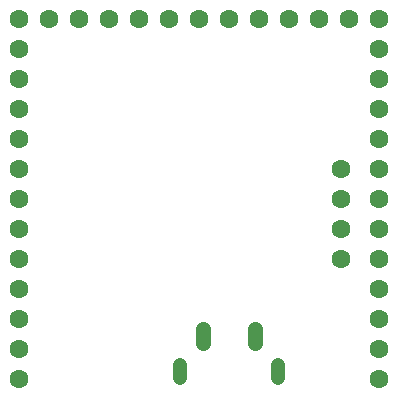
<source format=gbr>
G04 EAGLE Gerber X2 export*
%TF.Part,Single*%
%TF.FileFunction,Soldermask,Bot,1*%
%TF.FilePolarity,Negative*%
%TF.GenerationSoftware,Autodesk,EAGLE,8.6.0*%
%TF.CreationDate,2018-09-01T13:25:50Z*%
G75*
%MOMM*%
%FSLAX34Y34*%
%LPD*%
%AMOC8*
5,1,8,0,0,1.08239X$1,22.5*%
G01*
%ADD10C,1.209600*%
%ADD11C,1.309600*%
%ADD12C,1.601600*%


D10*
X238600Y19860D02*
X238600Y30940D01*
X155100Y30940D02*
X155100Y19860D01*
D11*
X174600Y49360D02*
X174600Y61440D01*
X219100Y61440D02*
X219100Y49360D01*
D12*
X323850Y19050D03*
X292100Y120650D03*
X19050Y44450D03*
X292100Y171450D03*
X292100Y196850D03*
X323850Y69850D03*
X292100Y146050D03*
X323850Y44450D03*
X19050Y19050D03*
X323850Y247650D03*
X323850Y273050D03*
X323850Y298450D03*
X323850Y323850D03*
X298450Y323850D03*
X273050Y323850D03*
X247650Y323850D03*
X222250Y323850D03*
X196850Y323850D03*
X171450Y323850D03*
X146050Y323850D03*
X120650Y323850D03*
X95250Y323850D03*
X69850Y323850D03*
X19050Y323850D03*
X44450Y323850D03*
X19050Y273050D03*
X19050Y69850D03*
X19050Y95250D03*
X19050Y120650D03*
X19050Y146050D03*
X19050Y171450D03*
X19050Y196850D03*
X19050Y222250D03*
X19050Y247650D03*
X323850Y222250D03*
X323850Y196850D03*
X323850Y171450D03*
X323850Y146050D03*
X323850Y120650D03*
X323850Y95250D03*
X19050Y298450D03*
M02*

</source>
